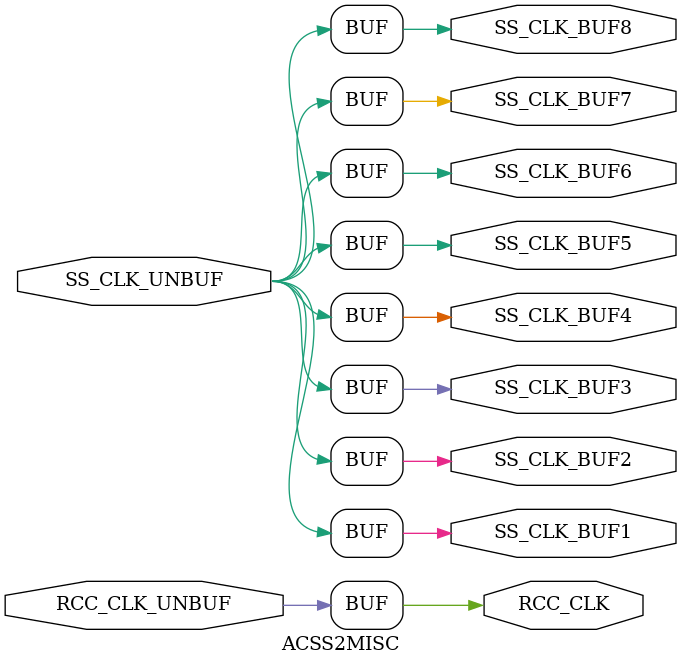
<source format=v>
module ACSS2MISC(SS_CLK_UNBUF, RCC_CLK_UNBUF, SS_CLK_BUF1, 
        SS_CLK_BUF2, SS_CLK_BUF3, SS_CLK_BUF4, SS_CLK_BUF5, 
        SS_CLK_BUF6, SS_CLK_BUF7, SS_CLK_BUF8, RCC_CLK);
input   SS_CLK_UNBUF;
input   RCC_CLK_UNBUF;
output  SS_CLK_BUF1;
output  SS_CLK_BUF2;
output  SS_CLK_BUF3;
output  SS_CLK_BUF4;
output  SS_CLK_BUF5;
output  SS_CLK_BUF6;
output  SS_CLK_BUF7;
output  SS_CLK_BUF8;
output  RCC_CLK;
buf g0(SS_CLK_BUF1, SS_CLK_UNBUF);
buf g1(SS_CLK_BUF2, SS_CLK_UNBUF);
buf g2(SS_CLK_BUF3, SS_CLK_UNBUF);
buf g3(SS_CLK_BUF4, SS_CLK_UNBUF);
buf g4(SS_CLK_BUF5, SS_CLK_UNBUF);
buf g5(SS_CLK_BUF6, SS_CLK_UNBUF);
buf g6(SS_CLK_BUF7, SS_CLK_UNBUF);
buf g7(SS_CLK_BUF8, SS_CLK_UNBUF);
buf g8(RCC_CLK, RCC_CLK_UNBUF);
endmodule
</source>
